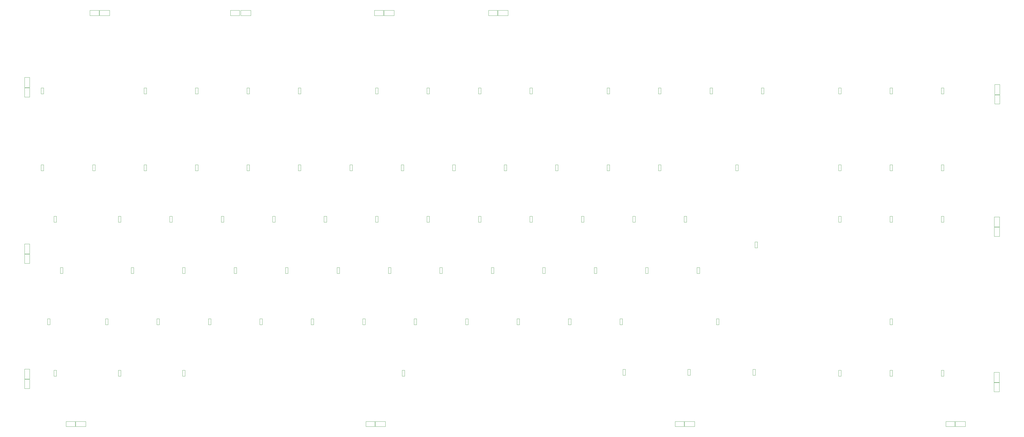
<source format=gbr>
%TF.GenerationSoftware,KiCad,Pcbnew,(5.99.0-10004-g132ec37b56)*%
%TF.CreationDate,2021-04-06T22:09:18+02:00*%
%TF.ProjectId,gh80-3003-nicosmod,67683830-2d33-4303-9033-2d6e69636f73,rev?*%
%TF.SameCoordinates,Original*%
%TF.FileFunction,Other,User*%
%FSLAX46Y46*%
G04 Gerber Fmt 4.6, Leading zero omitted, Abs format (unit mm)*
G04 Created by KiCad (PCBNEW (5.99.0-10004-g132ec37b56)) date 2021-04-06 22:09:18*
%MOMM*%
%LPD*%
G01*
G04 APERTURE LIST*
%ADD10C,0.050000*%
G04 APERTURE END LIST*
D10*
X25450000Y-74850000D02*
X23550000Y-74850000D01*
X23550000Y-78550000D02*
X25450000Y-78550000D01*
X25450000Y-78550000D02*
X25450000Y-74850000D01*
X23550000Y-74850000D02*
X23550000Y-78550000D01*
X25450000Y-78720000D02*
X23550000Y-78720000D01*
X23550000Y-82080000D02*
X25450000Y-82080000D01*
X23550000Y-78720000D02*
X23550000Y-82080000D01*
X25450000Y-82080000D02*
X25450000Y-78720000D01*
X181691000Y-109392000D02*
X182631000Y-109392000D01*
X181691000Y-107192000D02*
X181691000Y-109392000D01*
X182631000Y-109392000D02*
X182631000Y-107192000D01*
X182631000Y-107192000D02*
X181691000Y-107192000D01*
X87631000Y-78692000D02*
X86691000Y-78692000D01*
X87631000Y-80892000D02*
X87631000Y-78692000D01*
X86691000Y-78692000D02*
X86691000Y-80892000D01*
X86691000Y-80892000D02*
X87631000Y-80892000D01*
X381750000Y-126450000D02*
X381750000Y-130150000D01*
X381750000Y-130150000D02*
X383650000Y-130150000D01*
X383650000Y-126450000D02*
X381750000Y-126450000D01*
X383650000Y-130150000D02*
X383650000Y-126450000D01*
X107150000Y-51950000D02*
X107150000Y-50050000D01*
X107150000Y-50050000D02*
X103450000Y-50050000D01*
X103450000Y-50050000D02*
X103450000Y-51950000D01*
X103450000Y-51950000D02*
X107150000Y-51950000D01*
X67691000Y-109392000D02*
X68631000Y-109392000D01*
X67691000Y-107192000D02*
X67691000Y-109392000D01*
X68631000Y-109392000D02*
X68631000Y-107192000D01*
X68631000Y-107192000D02*
X67691000Y-107192000D01*
X383550000Y-183950000D02*
X381650000Y-183950000D01*
X381650000Y-187650000D02*
X383550000Y-187650000D01*
X383550000Y-187650000D02*
X383550000Y-183950000D01*
X381650000Y-183950000D02*
X381650000Y-187650000D01*
X267180000Y-202150000D02*
X263820000Y-202150000D01*
X263820000Y-202150000D02*
X263820000Y-204050000D01*
X263820000Y-204050000D02*
X267180000Y-204050000D01*
X267180000Y-204050000D02*
X267180000Y-202150000D01*
X173131000Y-78692000D02*
X172191000Y-78692000D01*
X172191000Y-80892000D02*
X173131000Y-80892000D01*
X173131000Y-80892000D02*
X173131000Y-78692000D01*
X172191000Y-78692000D02*
X172191000Y-80892000D01*
X201631000Y-107192000D02*
X200691000Y-107192000D01*
X200691000Y-107192000D02*
X200691000Y-109392000D01*
X200691000Y-109392000D02*
X201631000Y-109392000D01*
X201631000Y-109392000D02*
X201631000Y-107192000D01*
X42280000Y-204050000D02*
X42280000Y-202150000D01*
X38920000Y-204050000D02*
X42280000Y-204050000D01*
X38920000Y-202150000D02*
X38920000Y-204050000D01*
X42280000Y-202150000D02*
X38920000Y-202150000D01*
X253881000Y-147392000D02*
X253881000Y-145192000D01*
X252941000Y-145192000D02*
X252941000Y-147392000D01*
X252941000Y-147392000D02*
X253881000Y-147392000D01*
X253881000Y-145192000D02*
X252941000Y-145192000D01*
X34441000Y-183192000D02*
X34441000Y-185392000D01*
X35381000Y-185392000D02*
X35381000Y-183192000D01*
X34441000Y-185392000D02*
X35381000Y-185392000D01*
X35381000Y-183192000D02*
X34441000Y-183192000D01*
X244530000Y-182900000D02*
X244530000Y-185100000D01*
X244530000Y-185100000D02*
X245470000Y-185100000D01*
X245470000Y-182900000D02*
X244530000Y-182900000D01*
X245470000Y-185100000D02*
X245470000Y-182900000D01*
X343191000Y-78692000D02*
X343191000Y-80892000D01*
X344131000Y-80892000D02*
X344131000Y-78692000D01*
X344131000Y-78692000D02*
X343191000Y-78692000D01*
X343191000Y-80892000D02*
X344131000Y-80892000D01*
X258631000Y-109392000D02*
X258631000Y-107192000D01*
X257691000Y-107192000D02*
X257691000Y-109392000D01*
X257691000Y-109392000D02*
X258631000Y-109392000D01*
X258631000Y-107192000D02*
X257691000Y-107192000D01*
X214941000Y-147392000D02*
X215881000Y-147392000D01*
X214941000Y-145192000D02*
X214941000Y-147392000D01*
X215881000Y-145192000D02*
X214941000Y-145192000D01*
X215881000Y-147392000D02*
X215881000Y-145192000D01*
X144631000Y-109392000D02*
X144631000Y-107192000D01*
X143691000Y-109392000D02*
X144631000Y-109392000D01*
X143691000Y-107192000D02*
X143691000Y-109392000D01*
X144631000Y-107192000D02*
X143691000Y-107192000D01*
X249131000Y-128392000D02*
X249131000Y-126192000D01*
X248191000Y-128392000D02*
X249131000Y-128392000D01*
X248191000Y-126192000D02*
X248191000Y-128392000D01*
X249131000Y-126192000D02*
X248191000Y-126192000D01*
X363131000Y-185392000D02*
X363131000Y-183192000D01*
X363131000Y-183192000D02*
X362191000Y-183192000D01*
X362191000Y-183192000D02*
X362191000Y-185392000D01*
X362191000Y-185392000D02*
X363131000Y-185392000D01*
X149381000Y-166392000D02*
X149381000Y-164192000D01*
X148441000Y-164192000D02*
X148441000Y-166392000D01*
X148441000Y-166392000D02*
X149381000Y-166392000D01*
X149381000Y-164192000D02*
X148441000Y-164192000D01*
X92381000Y-164192000D02*
X91441000Y-164192000D01*
X91441000Y-166392000D02*
X92381000Y-166392000D01*
X91441000Y-164192000D02*
X91441000Y-166392000D01*
X92381000Y-166392000D02*
X92381000Y-164192000D01*
X271050000Y-204050000D02*
X271050000Y-202150000D01*
X267350000Y-204050000D02*
X271050000Y-204050000D01*
X271050000Y-202150000D02*
X267350000Y-202150000D01*
X267350000Y-202150000D02*
X267350000Y-204050000D01*
X53441000Y-166392000D02*
X54381000Y-166392000D01*
X54381000Y-166392000D02*
X54381000Y-164192000D01*
X54381000Y-164192000D02*
X53441000Y-164192000D01*
X53441000Y-164192000D02*
X53441000Y-166392000D01*
X125631000Y-109392000D02*
X125631000Y-107192000D01*
X125631000Y-107192000D02*
X124691000Y-107192000D01*
X124691000Y-109392000D02*
X125631000Y-109392000D01*
X124691000Y-107192000D02*
X124691000Y-109392000D01*
X206381000Y-164192000D02*
X205441000Y-164192000D01*
X205441000Y-164192000D02*
X205441000Y-166392000D01*
X205441000Y-166392000D02*
X206381000Y-166392000D01*
X206381000Y-166392000D02*
X206381000Y-164192000D01*
X239631000Y-80892000D02*
X239631000Y-78692000D01*
X239631000Y-78692000D02*
X238691000Y-78692000D01*
X238691000Y-78692000D02*
X238691000Y-80892000D01*
X238691000Y-80892000D02*
X239631000Y-80892000D01*
X120881000Y-145192000D02*
X119941000Y-145192000D01*
X119941000Y-147392000D02*
X120881000Y-147392000D01*
X119941000Y-145192000D02*
X119941000Y-147392000D01*
X120881000Y-147392000D02*
X120881000Y-145192000D01*
X32066000Y-166392000D02*
X33006000Y-166392000D01*
X33006000Y-166392000D02*
X33006000Y-164192000D01*
X32066000Y-164192000D02*
X32066000Y-166392000D01*
X33006000Y-164192000D02*
X32066000Y-164192000D01*
X211131000Y-78692000D02*
X210191000Y-78692000D01*
X210191000Y-80892000D02*
X211131000Y-80892000D01*
X211131000Y-80892000D02*
X211131000Y-78692000D01*
X210191000Y-78692000D02*
X210191000Y-80892000D01*
X49631000Y-107192000D02*
X48691000Y-107192000D01*
X48691000Y-109392000D02*
X49631000Y-109392000D01*
X48691000Y-107192000D02*
X48691000Y-109392000D01*
X49631000Y-109392000D02*
X49631000Y-107192000D01*
X25450000Y-182750000D02*
X23550000Y-182750000D01*
X25450000Y-186450000D02*
X25450000Y-182750000D01*
X23550000Y-182750000D02*
X23550000Y-186450000D01*
X23550000Y-186450000D02*
X25450000Y-186450000D01*
X99620000Y-50050000D02*
X99620000Y-51950000D01*
X102980000Y-50050000D02*
X99620000Y-50050000D01*
X99620000Y-51950000D02*
X102980000Y-51950000D01*
X102980000Y-51950000D02*
X102980000Y-50050000D01*
X110441000Y-164192000D02*
X110441000Y-166392000D01*
X110441000Y-166392000D02*
X111381000Y-166392000D01*
X111381000Y-166392000D02*
X111381000Y-164192000D01*
X111381000Y-164192000D02*
X110441000Y-164192000D01*
X23550000Y-189980000D02*
X25450000Y-189980000D01*
X25450000Y-189980000D02*
X25450000Y-186620000D01*
X25450000Y-186620000D02*
X23550000Y-186620000D01*
X23550000Y-186620000D02*
X23550000Y-189980000D01*
X276691000Y-78692000D02*
X276691000Y-80892000D01*
X277631000Y-78692000D02*
X276691000Y-78692000D01*
X276691000Y-80892000D02*
X277631000Y-80892000D01*
X277631000Y-80892000D02*
X277631000Y-78692000D01*
X72441000Y-166392000D02*
X73381000Y-166392000D01*
X72441000Y-164192000D02*
X72441000Y-166392000D01*
X73381000Y-164192000D02*
X72441000Y-164192000D01*
X73381000Y-166392000D02*
X73381000Y-164192000D01*
X280006000Y-164192000D02*
X279066000Y-164192000D01*
X279066000Y-166392000D02*
X280006000Y-166392000D01*
X279066000Y-164192000D02*
X279066000Y-166392000D01*
X280006000Y-166392000D02*
X280006000Y-164192000D01*
X153150000Y-204050000D02*
X156850000Y-204050000D01*
X156850000Y-202150000D02*
X153150000Y-202150000D01*
X153150000Y-202150000D02*
X153150000Y-204050000D01*
X156850000Y-204050000D02*
X156850000Y-202150000D01*
X42450000Y-204050000D02*
X46150000Y-204050000D01*
X46150000Y-204050000D02*
X46150000Y-202150000D01*
X42450000Y-202150000D02*
X42450000Y-204050000D01*
X46150000Y-202150000D02*
X42450000Y-202150000D01*
X134191000Y-126192000D02*
X134191000Y-128392000D01*
X135131000Y-126192000D02*
X134191000Y-126192000D01*
X135131000Y-128392000D02*
X135131000Y-126192000D01*
X134191000Y-128392000D02*
X135131000Y-128392000D01*
X177881000Y-145192000D02*
X176941000Y-145192000D01*
X177881000Y-147392000D02*
X177881000Y-145192000D01*
X176941000Y-145192000D02*
X176941000Y-147392000D01*
X176941000Y-147392000D02*
X177881000Y-147392000D01*
X325131000Y-128392000D02*
X325131000Y-126192000D01*
X324191000Y-126192000D02*
X324191000Y-128392000D01*
X325131000Y-126192000D02*
X324191000Y-126192000D01*
X324191000Y-128392000D02*
X325131000Y-128392000D01*
X157941000Y-145192000D02*
X157941000Y-147392000D01*
X157941000Y-147392000D02*
X158881000Y-147392000D01*
X158881000Y-145192000D02*
X157941000Y-145192000D01*
X158881000Y-147392000D02*
X158881000Y-145192000D01*
X156180000Y-50050000D02*
X152820000Y-50050000D01*
X156180000Y-51950000D02*
X156180000Y-50050000D01*
X152820000Y-51950000D02*
X156180000Y-51950000D01*
X152820000Y-50050000D02*
X152820000Y-51950000D01*
X152980000Y-204050000D02*
X152980000Y-202150000D01*
X152980000Y-202150000D02*
X149620000Y-202150000D01*
X149620000Y-202150000D02*
X149620000Y-204050000D01*
X149620000Y-204050000D02*
X152980000Y-204050000D01*
X293470000Y-185100000D02*
X293470000Y-182900000D01*
X293470000Y-182900000D02*
X292530000Y-182900000D01*
X292530000Y-182900000D02*
X292530000Y-185100000D01*
X292530000Y-185100000D02*
X293470000Y-185100000D01*
X381650000Y-191150000D02*
X383550000Y-191150000D01*
X383550000Y-187790000D02*
X381650000Y-187790000D01*
X381650000Y-187790000D02*
X381650000Y-191150000D01*
X383550000Y-191150000D02*
X383550000Y-187790000D01*
X225381000Y-164192000D02*
X224441000Y-164192000D01*
X224441000Y-166392000D02*
X225381000Y-166392000D01*
X225381000Y-166392000D02*
X225381000Y-164192000D01*
X224441000Y-164192000D02*
X224441000Y-166392000D01*
X195941000Y-147392000D02*
X196881000Y-147392000D01*
X195941000Y-145192000D02*
X195941000Y-147392000D01*
X196881000Y-145192000D02*
X195941000Y-145192000D01*
X196881000Y-147392000D02*
X196881000Y-145192000D01*
X82881000Y-145192000D02*
X81941000Y-145192000D01*
X81941000Y-145192000D02*
X81941000Y-147392000D01*
X81941000Y-147392000D02*
X82881000Y-147392000D01*
X82881000Y-147392000D02*
X82881000Y-145192000D01*
X116131000Y-128392000D02*
X116131000Y-126192000D01*
X115191000Y-126192000D02*
X115191000Y-128392000D01*
X116131000Y-126192000D02*
X115191000Y-126192000D01*
X115191000Y-128392000D02*
X116131000Y-128392000D01*
X82881000Y-185392000D02*
X82881000Y-183192000D01*
X81941000Y-183192000D02*
X81941000Y-185392000D01*
X82881000Y-183192000D02*
X81941000Y-183192000D01*
X81941000Y-185392000D02*
X82881000Y-185392000D01*
X234881000Y-145192000D02*
X233941000Y-145192000D01*
X233941000Y-145192000D02*
X233941000Y-147392000D01*
X234881000Y-147392000D02*
X234881000Y-145192000D01*
X233941000Y-147392000D02*
X234881000Y-147392000D01*
X381850000Y-84680000D02*
X383750000Y-84680000D01*
X383750000Y-84680000D02*
X383750000Y-81320000D01*
X383750000Y-81320000D02*
X381850000Y-81320000D01*
X381850000Y-81320000D02*
X381850000Y-84680000D01*
X97131000Y-128392000D02*
X97131000Y-126192000D01*
X96191000Y-126192000D02*
X96191000Y-128392000D01*
X96191000Y-128392000D02*
X97131000Y-128392000D01*
X97131000Y-126192000D02*
X96191000Y-126192000D01*
X67691000Y-80892000D02*
X68631000Y-80892000D01*
X67691000Y-78692000D02*
X67691000Y-80892000D01*
X68631000Y-80892000D02*
X68631000Y-78692000D01*
X68631000Y-78692000D02*
X67691000Y-78692000D01*
X86691000Y-107192000D02*
X86691000Y-109392000D01*
X86691000Y-109392000D02*
X87631000Y-109392000D01*
X87631000Y-107192000D02*
X86691000Y-107192000D01*
X87631000Y-109392000D02*
X87631000Y-107192000D01*
X383750000Y-77450000D02*
X381850000Y-77450000D01*
X383750000Y-81150000D02*
X383750000Y-77450000D01*
X381850000Y-81150000D02*
X383750000Y-81150000D01*
X381850000Y-77450000D02*
X381850000Y-81150000D01*
X211131000Y-128392000D02*
X211131000Y-126192000D01*
X211131000Y-126192000D02*
X210191000Y-126192000D01*
X210191000Y-126192000D02*
X210191000Y-128392000D01*
X210191000Y-128392000D02*
X211131000Y-128392000D01*
X106631000Y-107192000D02*
X105691000Y-107192000D01*
X106631000Y-109392000D02*
X106631000Y-107192000D01*
X105691000Y-109392000D02*
X106631000Y-109392000D01*
X105691000Y-107192000D02*
X105691000Y-109392000D01*
X34441000Y-126192000D02*
X34441000Y-128392000D01*
X34441000Y-128392000D02*
X35381000Y-128392000D01*
X35381000Y-126192000D02*
X34441000Y-126192000D01*
X35381000Y-128392000D02*
X35381000Y-126192000D01*
X36816000Y-145192000D02*
X36816000Y-147392000D01*
X37756000Y-145192000D02*
X36816000Y-145192000D01*
X36816000Y-147392000D02*
X37756000Y-147392000D01*
X37756000Y-147392000D02*
X37756000Y-145192000D01*
X272881000Y-147392000D02*
X272881000Y-145192000D01*
X272881000Y-145192000D02*
X271941000Y-145192000D01*
X271941000Y-145192000D02*
X271941000Y-147392000D01*
X271941000Y-147392000D02*
X272881000Y-147392000D01*
X124691000Y-78692000D02*
X124691000Y-80892000D01*
X124691000Y-80892000D02*
X125631000Y-80892000D01*
X125631000Y-80892000D02*
X125631000Y-78692000D01*
X125631000Y-78692000D02*
X124691000Y-78692000D01*
X243441000Y-164192000D02*
X243441000Y-166392000D01*
X244381000Y-164192000D02*
X243441000Y-164192000D01*
X244381000Y-166392000D02*
X244381000Y-164192000D01*
X243441000Y-166392000D02*
X244381000Y-166392000D01*
X23550000Y-140320000D02*
X23550000Y-143680000D01*
X25450000Y-140320000D02*
X23550000Y-140320000D01*
X25450000Y-143680000D02*
X25450000Y-140320000D01*
X23550000Y-143680000D02*
X25450000Y-143680000D01*
X100941000Y-145192000D02*
X100941000Y-147392000D01*
X101881000Y-145192000D02*
X100941000Y-145192000D01*
X100941000Y-147392000D02*
X101881000Y-147392000D01*
X101881000Y-147392000D02*
X101881000Y-145192000D01*
X230131000Y-128392000D02*
X230131000Y-126192000D01*
X229191000Y-128392000D02*
X230131000Y-128392000D01*
X229191000Y-126192000D02*
X229191000Y-128392000D01*
X230131000Y-126192000D02*
X229191000Y-126192000D01*
X106631000Y-80892000D02*
X106631000Y-78692000D01*
X105691000Y-78692000D02*
X105691000Y-80892000D01*
X105691000Y-80892000D02*
X106631000Y-80892000D01*
X106631000Y-78692000D02*
X105691000Y-78692000D01*
X191191000Y-78692000D02*
X191191000Y-80892000D01*
X192131000Y-80892000D02*
X192131000Y-78692000D01*
X191191000Y-80892000D02*
X192131000Y-80892000D01*
X192131000Y-78692000D02*
X191191000Y-78692000D01*
X29691000Y-107192000D02*
X29691000Y-109392000D01*
X30631000Y-107192000D02*
X29691000Y-107192000D01*
X30631000Y-109392000D02*
X30631000Y-107192000D01*
X29691000Y-109392000D02*
X30631000Y-109392000D01*
X367180000Y-202150000D02*
X363820000Y-202150000D01*
X367180000Y-204050000D02*
X367180000Y-202150000D01*
X363820000Y-204050000D02*
X367180000Y-204050000D01*
X363820000Y-202150000D02*
X363820000Y-204050000D01*
X324191000Y-107192000D02*
X324191000Y-109392000D01*
X324191000Y-109392000D02*
X325131000Y-109392000D01*
X325131000Y-109392000D02*
X325131000Y-107192000D01*
X325131000Y-107192000D02*
X324191000Y-107192000D01*
X344131000Y-164192000D02*
X343191000Y-164192000D01*
X344131000Y-166392000D02*
X344131000Y-164192000D01*
X343191000Y-164192000D02*
X343191000Y-166392000D01*
X343191000Y-166392000D02*
X344131000Y-166392000D01*
X371050000Y-204050000D02*
X371050000Y-202150000D01*
X371050000Y-202150000D02*
X367350000Y-202150000D01*
X367350000Y-204050000D02*
X371050000Y-204050000D01*
X367350000Y-202150000D02*
X367350000Y-204050000D01*
X58191000Y-183192000D02*
X58191000Y-185392000D01*
X58191000Y-185392000D02*
X59131000Y-185392000D01*
X59131000Y-185392000D02*
X59131000Y-183192000D01*
X59131000Y-183192000D02*
X58191000Y-183192000D01*
X173131000Y-128392000D02*
X173131000Y-126192000D01*
X172191000Y-128392000D02*
X173131000Y-128392000D01*
X173131000Y-126192000D02*
X172191000Y-126192000D01*
X172191000Y-126192000D02*
X172191000Y-128392000D01*
X23550000Y-140150000D02*
X25450000Y-140150000D01*
X23550000Y-136450000D02*
X23550000Y-140150000D01*
X25450000Y-140150000D02*
X25450000Y-136450000D01*
X25450000Y-136450000D02*
X23550000Y-136450000D01*
X286191000Y-109392000D02*
X287131000Y-109392000D01*
X286191000Y-107192000D02*
X286191000Y-109392000D01*
X287131000Y-109392000D02*
X287131000Y-107192000D01*
X287131000Y-107192000D02*
X286191000Y-107192000D01*
X78131000Y-126192000D02*
X77191000Y-126192000D01*
X78131000Y-128392000D02*
X78131000Y-126192000D01*
X77191000Y-128392000D02*
X78131000Y-128392000D01*
X77191000Y-126192000D02*
X77191000Y-128392000D01*
X362191000Y-80892000D02*
X363131000Y-80892000D01*
X363131000Y-80892000D02*
X363131000Y-78692000D01*
X362191000Y-78692000D02*
X362191000Y-80892000D01*
X363131000Y-78692000D02*
X362191000Y-78692000D01*
X162691000Y-109392000D02*
X163631000Y-109392000D01*
X163631000Y-107192000D02*
X162691000Y-107192000D01*
X163631000Y-109392000D02*
X163631000Y-107192000D01*
X162691000Y-107192000D02*
X162691000Y-109392000D01*
X363131000Y-107192000D02*
X362191000Y-107192000D01*
X362191000Y-109392000D02*
X363131000Y-109392000D01*
X363131000Y-109392000D02*
X363131000Y-107192000D01*
X362191000Y-107192000D02*
X362191000Y-109392000D01*
X168381000Y-166392000D02*
X168381000Y-164192000D01*
X167441000Y-166392000D02*
X168381000Y-166392000D01*
X168381000Y-164192000D02*
X167441000Y-164192000D01*
X167441000Y-164192000D02*
X167441000Y-166392000D01*
X129441000Y-166392000D02*
X130381000Y-166392000D01*
X130381000Y-164192000D02*
X129441000Y-164192000D01*
X129441000Y-164192000D02*
X129441000Y-166392000D01*
X130381000Y-166392000D02*
X130381000Y-164192000D01*
X156325000Y-51950000D02*
X160025000Y-51950000D01*
X160025000Y-51950000D02*
X160025000Y-50050000D01*
X156325000Y-50050000D02*
X156325000Y-51950000D01*
X160025000Y-50050000D02*
X156325000Y-50050000D01*
X343191000Y-183192000D02*
X343191000Y-185392000D01*
X344131000Y-185392000D02*
X344131000Y-183192000D01*
X343191000Y-185392000D02*
X344131000Y-185392000D01*
X344131000Y-183192000D02*
X343191000Y-183192000D01*
X191191000Y-128392000D02*
X192131000Y-128392000D01*
X192131000Y-126192000D02*
X191191000Y-126192000D01*
X191191000Y-126192000D02*
X191191000Y-128392000D01*
X192131000Y-128392000D02*
X192131000Y-126192000D01*
X59131000Y-126192000D02*
X58191000Y-126192000D01*
X58191000Y-126192000D02*
X58191000Y-128392000D01*
X58191000Y-128392000D02*
X59131000Y-128392000D01*
X59131000Y-128392000D02*
X59131000Y-126192000D01*
X325131000Y-78692000D02*
X324191000Y-78692000D01*
X325131000Y-80892000D02*
X325131000Y-78692000D01*
X324191000Y-80892000D02*
X325131000Y-80892000D01*
X324191000Y-78692000D02*
X324191000Y-80892000D01*
X296631000Y-78692000D02*
X295691000Y-78692000D01*
X296631000Y-80892000D02*
X296631000Y-78692000D01*
X295691000Y-80892000D02*
X296631000Y-80892000D01*
X295691000Y-78692000D02*
X295691000Y-80892000D01*
X163970000Y-185392000D02*
X163970000Y-183192000D01*
X163030000Y-185392000D02*
X163970000Y-185392000D01*
X163030000Y-183192000D02*
X163030000Y-185392000D01*
X163970000Y-183192000D02*
X163030000Y-183192000D01*
X343191000Y-126192000D02*
X343191000Y-128392000D01*
X343191000Y-128392000D02*
X344131000Y-128392000D01*
X344131000Y-128392000D02*
X344131000Y-126192000D01*
X344131000Y-126192000D02*
X343191000Y-126192000D01*
X268131000Y-128392000D02*
X268131000Y-126192000D01*
X267191000Y-126192000D02*
X267191000Y-128392000D01*
X268131000Y-126192000D02*
X267191000Y-126192000D01*
X267191000Y-128392000D02*
X268131000Y-128392000D01*
X51250000Y-50050000D02*
X51250000Y-51950000D01*
X51250000Y-51950000D02*
X54950000Y-51950000D01*
X54950000Y-51950000D02*
X54950000Y-50050000D01*
X54950000Y-50050000D02*
X51250000Y-50050000D01*
X154131000Y-126192000D02*
X153191000Y-126192000D01*
X154131000Y-128392000D02*
X154131000Y-126192000D01*
X153191000Y-128392000D02*
X154131000Y-128392000D01*
X153191000Y-126192000D02*
X153191000Y-128392000D01*
X186441000Y-164192000D02*
X186441000Y-166392000D01*
X187381000Y-164192000D02*
X186441000Y-164192000D01*
X187381000Y-166392000D02*
X187381000Y-164192000D01*
X186441000Y-166392000D02*
X187381000Y-166392000D01*
X30631000Y-78692000D02*
X29691000Y-78692000D01*
X30631000Y-80892000D02*
X30631000Y-78692000D01*
X29691000Y-78692000D02*
X29691000Y-80892000D01*
X29691000Y-80892000D02*
X30631000Y-80892000D01*
X294256000Y-135692000D02*
X293316000Y-135692000D01*
X293316000Y-135692000D02*
X293316000Y-137892000D01*
X294256000Y-137892000D02*
X294256000Y-135692000D01*
X293316000Y-137892000D02*
X294256000Y-137892000D01*
X219691000Y-107192000D02*
X219691000Y-109392000D01*
X220631000Y-109392000D02*
X220631000Y-107192000D01*
X220631000Y-107192000D02*
X219691000Y-107192000D01*
X219691000Y-109392000D02*
X220631000Y-109392000D01*
X202150000Y-51950000D02*
X202150000Y-50050000D01*
X198450000Y-50050000D02*
X198450000Y-51950000D01*
X198450000Y-51950000D02*
X202150000Y-51950000D01*
X202150000Y-50050000D02*
X198450000Y-50050000D01*
X153191000Y-78692000D02*
X153191000Y-80892000D01*
X154131000Y-78692000D02*
X153191000Y-78692000D01*
X153191000Y-80892000D02*
X154131000Y-80892000D01*
X154131000Y-80892000D02*
X154131000Y-78692000D01*
X383650000Y-130320000D02*
X381750000Y-130320000D01*
X381750000Y-130320000D02*
X381750000Y-133680000D01*
X381750000Y-133680000D02*
X383650000Y-133680000D01*
X383650000Y-133680000D02*
X383650000Y-130320000D01*
X363131000Y-126192000D02*
X362191000Y-126192000D01*
X363131000Y-128392000D02*
X363131000Y-126192000D01*
X362191000Y-126192000D02*
X362191000Y-128392000D01*
X362191000Y-128392000D02*
X363131000Y-128392000D01*
X239631000Y-109392000D02*
X239631000Y-107192000D01*
X238691000Y-107192000D02*
X238691000Y-109392000D01*
X239631000Y-107192000D02*
X238691000Y-107192000D01*
X238691000Y-109392000D02*
X239631000Y-109392000D01*
X269470000Y-182900000D02*
X268530000Y-182900000D01*
X269470000Y-185100000D02*
X269470000Y-182900000D01*
X268530000Y-182900000D02*
X268530000Y-185100000D01*
X268530000Y-185100000D02*
X269470000Y-185100000D01*
X51080000Y-50050000D02*
X47720000Y-50050000D01*
X47720000Y-50050000D02*
X47720000Y-51950000D01*
X47720000Y-51950000D02*
X51080000Y-51950000D01*
X51080000Y-51950000D02*
X51080000Y-50050000D01*
X344131000Y-109392000D02*
X344131000Y-107192000D01*
X343191000Y-109392000D02*
X344131000Y-109392000D01*
X343191000Y-107192000D02*
X343191000Y-109392000D01*
X344131000Y-107192000D02*
X343191000Y-107192000D01*
X63881000Y-147392000D02*
X63881000Y-145192000D01*
X63881000Y-145192000D02*
X62941000Y-145192000D01*
X62941000Y-145192000D02*
X62941000Y-147392000D01*
X62941000Y-147392000D02*
X63881000Y-147392000D01*
X325131000Y-185392000D02*
X325131000Y-183192000D01*
X324191000Y-183192000D02*
X324191000Y-185392000D01*
X324191000Y-185392000D02*
X325131000Y-185392000D01*
X325131000Y-183192000D02*
X324191000Y-183192000D01*
X194920000Y-50050000D02*
X194920000Y-51950000D01*
X198280000Y-50050000D02*
X194920000Y-50050000D01*
X194920000Y-51950000D02*
X198280000Y-51950000D01*
X198280000Y-51950000D02*
X198280000Y-50050000D01*
X257691000Y-78692000D02*
X257691000Y-80892000D01*
X258631000Y-80892000D02*
X258631000Y-78692000D01*
X257691000Y-80892000D02*
X258631000Y-80892000D01*
X258631000Y-78692000D02*
X257691000Y-78692000D01*
X139881000Y-145192000D02*
X138941000Y-145192000D01*
X138941000Y-145192000D02*
X138941000Y-147392000D01*
X138941000Y-147392000D02*
X139881000Y-147392000D01*
X139881000Y-147392000D02*
X139881000Y-145192000D01*
M02*

</source>
